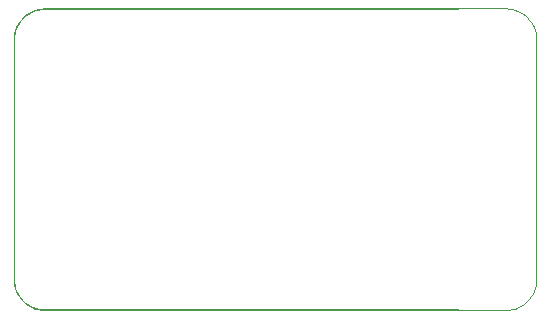
<source format=gm1>
G04*
G04 #@! TF.GenerationSoftware,Altium Limited,Altium Designer,20.2.3 (150)*
G04*
G04 Layer_Color=16711935*
%FSLAX24Y24*%
%MOIN*%
G70*
G04*
G04 #@! TF.SameCoordinates,A1FA694D-6CEF-4EEC-B524-7EF816075216*
G04*
G04*
G04 #@! TF.FilePolarity,Positive*
G04*
G01*
G75*
%ADD12C,0.0039*%
%ADD46C,0.0010*%
D12*
X27790Y24476D02*
X27785Y24576D01*
X27770Y24675D01*
X27746Y24772D01*
X27712Y24866D01*
X27669Y24956D01*
X27618Y25042D01*
X27558Y25122D01*
X27491Y25197D01*
X27417Y25264D01*
X27337Y25323D01*
X27251Y25375D01*
X27160Y25418D01*
X27066Y25451D01*
X26969Y25476D01*
X26870Y25490D01*
X26770Y25495D01*
Y15448D02*
X26870Y15453D01*
X26969Y15468D01*
X27066Y15492D01*
X27160Y15526D01*
X27251Y15568D01*
X27337Y15620D01*
X27417Y15679D01*
X27491Y15747D01*
X27558Y15821D01*
X27618Y15901D01*
X27669Y15987D01*
X27712Y16078D01*
X27746Y16172D01*
X27770Y16269D01*
X27785Y16368D01*
X27790Y16468D01*
X11391Y25495D02*
X11291Y25490D01*
X11192Y25476D01*
X11095Y25451D01*
X11000Y25418D01*
X10910Y25375D01*
X10824Y25323D01*
X10744Y25264D01*
X10670Y25197D01*
X10602Y25122D01*
X10543Y25042D01*
X10491Y24956D01*
X10448Y24866D01*
X10415Y24772D01*
X10390Y24675D01*
X10376Y24576D01*
X10371Y24476D01*
Y16468D02*
X10376Y16368D01*
X10390Y16269D01*
X10415Y16172D01*
X10448Y16078D01*
X10491Y15987D01*
X10543Y15901D01*
X10602Y15821D01*
X10670Y15747D01*
X10744Y15679D01*
X10824Y15620D01*
X10910Y15568D01*
X11000Y15526D01*
X11095Y15492D01*
X11192Y15468D01*
X11291Y15453D01*
X11391Y15448D01*
X27790Y16468D02*
Y24476D01*
X11391Y25495D02*
X26770D01*
X10371Y16468D02*
Y24476D01*
X11391Y15448D02*
X26770D01*
D46*
X11391Y25473D02*
X11292Y25468D01*
X11194Y25453D01*
X11099Y25429D01*
X11006Y25396D01*
X10917Y25354D01*
X10832Y25303D01*
X10753Y25245D01*
X10680Y25178D01*
X10614Y25105D01*
X10555Y25026D01*
X10504Y24941D01*
X10462Y24852D01*
X10429Y24759D01*
X10405Y24664D01*
X10390Y24566D01*
X10386Y24468D01*
Y16468D02*
X10390Y16369D01*
X10405Y16272D01*
X10429Y16176D01*
X10462Y16083D01*
X10504Y15994D01*
X10555Y15909D01*
X10614Y15830D01*
X10680Y15757D01*
X10753Y15691D01*
X10832Y15632D01*
X10917Y15581D01*
X11006Y15539D01*
X11099Y15506D01*
X11194Y15482D01*
X11292Y15468D01*
X11391Y15463D01*
X10386Y16468D02*
Y24468D01*
X11391Y15463D02*
X25191D01*
X11391Y25473D02*
X25191D01*
M02*

</source>
